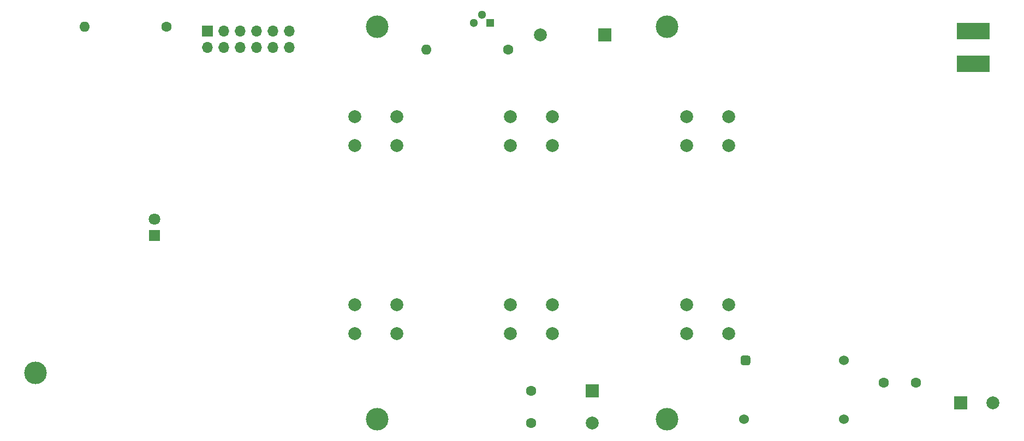
<source format=gts>
%TF.GenerationSoftware,KiCad,Pcbnew,(5.1.12)-1*%
%TF.CreationDate,2022-06-03T19:18:09+02:00*%
%TF.ProjectId,pypilot_keyboard,70797069-6c6f-4745-9f6b-6579626f6172,rev?*%
%TF.SameCoordinates,Original*%
%TF.FileFunction,Soldermask,Top*%
%TF.FilePolarity,Negative*%
%FSLAX46Y46*%
G04 Gerber Fmt 4.6, Leading zero omitted, Abs format (unit mm)*
G04 Created by KiCad (PCBNEW (5.1.12)-1) date 2022-06-03 19:18:09*
%MOMM*%
%LPD*%
G01*
G04 APERTURE LIST*
%ADD10R,2.540000X2.540000*%
%ADD11R,1.700000X1.700000*%
%ADD12O,1.700000X1.700000*%
%ADD13O,1.600000X1.600000*%
%ADD14C,1.600000*%
%ADD15C,2.000000*%
%ADD16R,2.000000X2.000000*%
%ADD17C,3.500000*%
%ADD18C,1.524000*%
%ADD19R,1.800000X1.800000*%
%ADD20C,1.800000*%
%ADD21C,1.300000*%
%ADD22R,1.300000X1.300000*%
G04 APERTURE END LIST*
D10*
%TO.C,J1*%
X210820000Y-46990000D03*
X213360000Y-46990000D03*
%TD*%
%TO.C,J2*%
X213360000Y-41910000D03*
X210820000Y-41910000D03*
%TD*%
D11*
%TO.C,J3*%
X93345000Y-41910000D03*
D12*
X93345000Y-44450000D03*
X95885000Y-41910000D03*
X95885000Y-44450000D03*
X98425000Y-41910000D03*
X98425000Y-44450000D03*
X100965000Y-41910000D03*
X100965000Y-44450000D03*
X103505000Y-41910000D03*
X103505000Y-44450000D03*
X106045000Y-41910000D03*
X106045000Y-44450000D03*
%TD*%
D13*
%TO.C,R2*%
X127254000Y-44805600D03*
D14*
X139954000Y-44805600D03*
%TD*%
D15*
%TO.C,C3*%
X215185000Y-99695000D03*
D16*
X210185000Y-99695000D03*
%TD*%
D17*
%TO.C,H2*%
X164592000Y-102235000D03*
%TD*%
%TO.C,H2*%
X66675000Y-94996000D03*
%TD*%
%TO.C,H2*%
X119634000Y-102235000D03*
%TD*%
%TO.C,H2*%
X164592000Y-41275000D03*
%TD*%
%TO.C,H1*%
X119634000Y-41275000D03*
%TD*%
%TO.C,A1*%
G36*
G01*
X176022000Y-93472000D02*
X176022000Y-92710000D01*
G75*
G02*
X176403000Y-92329000I381000J0D01*
G01*
X177165000Y-92329000D01*
G75*
G02*
X177546000Y-92710000I0J-381000D01*
G01*
X177546000Y-93472000D01*
G75*
G02*
X177165000Y-93853000I-381000J0D01*
G01*
X176403000Y-93853000D01*
G75*
G02*
X176022000Y-93472000I0J381000D01*
G01*
G37*
D18*
X192024000Y-93091000D03*
X176530000Y-102235000D03*
X192024000Y-102235000D03*
%TD*%
D15*
%TO.C,BZ1*%
X144940000Y-42545000D03*
D16*
X154940000Y-42545000D03*
%TD*%
D14*
%TO.C,C1*%
X143510000Y-102790000D03*
X143510000Y-97790000D03*
%TD*%
D15*
%TO.C,C2*%
X153035000Y-102790000D03*
D16*
X153035000Y-97790000D03*
%TD*%
D14*
%TO.C,C4*%
X203200000Y-96520000D03*
X198200000Y-96520000D03*
%TD*%
D19*
%TO.C,D1*%
X85090000Y-73660000D03*
D20*
X85090000Y-71120000D03*
%TD*%
D21*
%TO.C,Q1*%
X135890000Y-39370000D03*
X134620000Y-40640000D03*
D22*
X137160000Y-40640000D03*
%TD*%
D14*
%TO.C,R1*%
X86995000Y-41275000D03*
D13*
X74295000Y-41275000D03*
%TD*%
D15*
%TO.C,SW1*%
X167640000Y-59745000D03*
X167640000Y-55245000D03*
X174140000Y-59745000D03*
X174140000Y-55245000D03*
%TD*%
%TO.C,SW2*%
X174140000Y-84455000D03*
X174140000Y-88955000D03*
X167640000Y-84455000D03*
X167640000Y-88955000D03*
%TD*%
%TO.C,SW3*%
X140335000Y-88955000D03*
X140335000Y-84455000D03*
X146835000Y-88955000D03*
X146835000Y-84455000D03*
%TD*%
%TO.C,SW4*%
X122705000Y-84455000D03*
X122705000Y-88955000D03*
X116205000Y-84455000D03*
X116205000Y-88955000D03*
%TD*%
%TO.C,SW5*%
X116205000Y-59745000D03*
X116205000Y-55245000D03*
X122705000Y-59745000D03*
X122705000Y-55245000D03*
%TD*%
%TO.C,SW6*%
X146835000Y-55245000D03*
X146835000Y-59745000D03*
X140335000Y-55245000D03*
X140335000Y-59745000D03*
%TD*%
M02*

</source>
